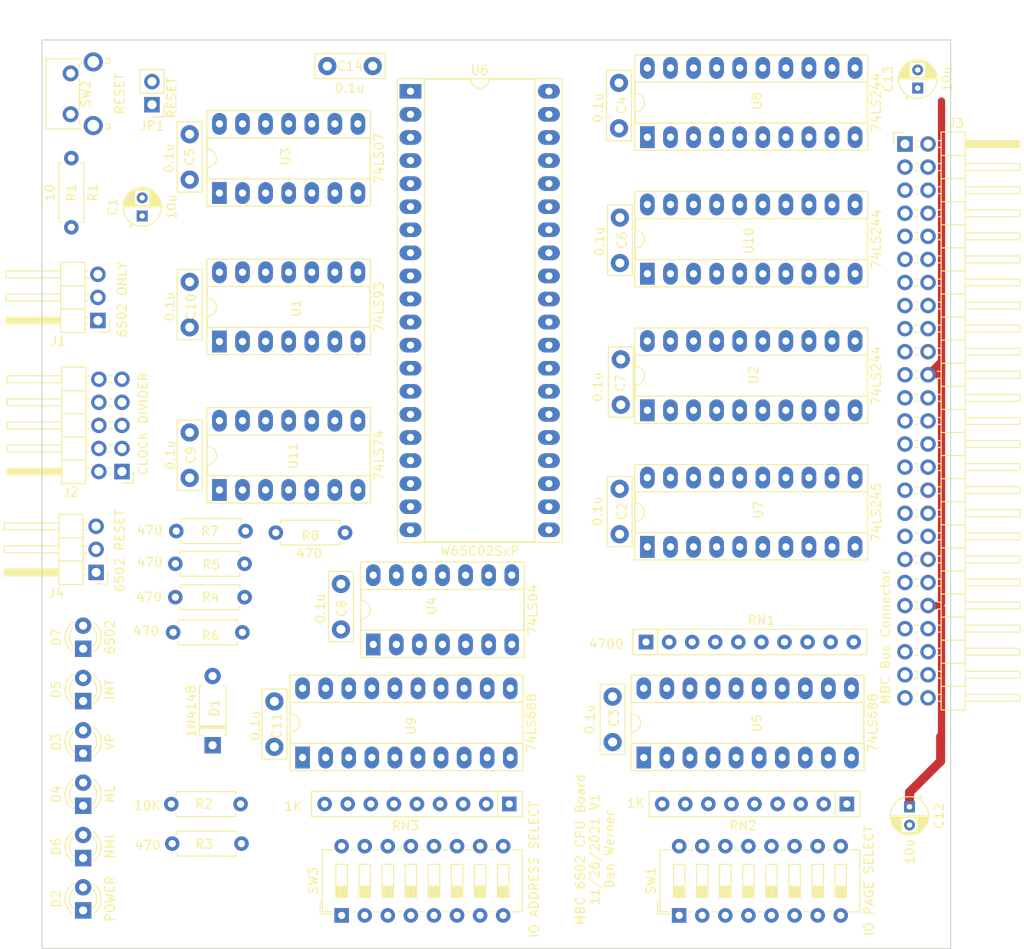
<source format=kicad_pcb>
(kicad_pcb (version 20171130) (host pcbnew "(5.1.5)-3")
  (layers (0 F.Cu signal) (31 B.Cu signal) (34 B.Paste user hide) (35 F.Paste user hide) (36 B.SilkS user) (37 F.SilkS user) (38 B.Mask user) (39 F.Mask user) (44 Edge.Cuts user))
  (net 0 "")
  (net 1 GND)
  (net 2 "Net-(C1-Pad1)")
  (net 3 VCC)
  (net 4 "Net-(D2-Pad2)")
  (net 5 _BUSACK)
  (net 6 _6502EN)
  (net 7 CLKO)
  (net 8 CLK)
  (net 9 "Net-(J2-Pad7)")
  (net 10 "Net-(J2-Pad5)")
  (net 11 "Net-(J2-Pad3)")
  (net 12 "Net-(J2-Pad1)")
  (net 13 _IORQ)
  (net 14 _RD)
  (net 15 _MREQ)
  (net 16 _WR)
  (net 17 _HALT)
  (net 18 _NMI)
  (net 19 _WAIT)
  (net 20 _INT)
  (net 21 _BUSRQ)
  (net 22 D1)
  (net 23 _RESET)
  (net 24 D0)
  (net 25 _M1)
  (net 26 D7)
  (net 27 _RFSH)
  (net 28 D2)
  (net 29 A0)
  (net 30 D6)
  (net 31 A1)
  (net 32 D5)
  (net 33 A2)
  (net 34 D3)
  (net 35 A3)
  (net 36 D4)
  (net 37 A4)
  (net 38 A5)
  (net 39 A15)
  (net 40 A6)
  (net 41 A14)
  (net 42 A7)
  (net 43 A13)
  (net 44 A8)
  (net 45 A12)
  (net 46 A9)
  (net 47 A11)
  (net 48 A10)
  (net 49 "Net-(JP1-Pad1)")
  (net 50 "Net-(RN2-Pad9)")
  (net 51 "Net-(RN2-Pad8)")
  (net 52 "Net-(RN2-Pad7)")
  (net 53 "Net-(RN2-Pad6)")
  (net 54 "Net-(RN2-Pad5)")
  (net 55 "Net-(RN2-Pad4)")
  (net 56 "Net-(RN2-Pad3)")
  (net 57 "Net-(RN2-Pad2)")
  (net 58 "Net-(RN3-Pad9)")
  (net 59 "Net-(RN3-Pad8)")
  (net 60 "Net-(RN3-Pad7)")
  (net 61 "Net-(RN3-Pad6)")
  (net 62 "Net-(RN3-Pad5)")
  (net 63 "Net-(RN3-Pad4)")
  (net 64 "Net-(RN3-Pad3)")
  (net 65 "Net-(RN3-Pad2)")
  (net 66 _6502INT)
  (net 67 _6502IO)
  (net 68 _6502NMI)
  (net 69 "Net-(U2-Pad6)")
  (net 70 _6502RD)
  (net 71 "Net-(U2-Pad2)")
  (net 72 65TOGGLE)
  (net 73 "Net-(U10-Pad3)")
  (net 74 6502EN)
  (net 75 "Net-(U10-Pad8)")
  (net 76 "Net-(U10-Pad6)")
  (net 77 "Net-(U10-Pad4)")
  (net 78 "Net-(U10-Pad2)")
  (net 79 "Net-(U6-Pad16)")
  (net 80 "Net-(U6-Pad15)")
  (net 81 "Net-(U6-Pad14)")
  (net 82 "Net-(U6-Pad33)")
  (net 83 "Net-(U6-Pad13)")
  (net 84 "Net-(U6-Pad32)")
  (net 85 "Net-(U6-Pad12)")
  (net 86 "Net-(U6-Pad31)")
  (net 87 "Net-(U6-Pad11)")
  (net 88 "Net-(U6-Pad30)")
  (net 89 "Net-(U6-Pad10)")
  (net 90 "Net-(U6-Pad29)")
  (net 91 "Net-(U6-Pad9)")
  (net 92 "Net-(U6-Pad28)")
  (net 93 "Net-(U6-Pad27)")
  (net 94 "Net-(U6-Pad26)")
  (net 95 "Net-(U10-Pad17)")
  (net 96 "Net-(U10-Pad15)")
  (net 97 "Net-(U10-Pad13)")
  (net 98 "Net-(U10-Pad11)")
  (net 99 "Net-(D3-Pad2)")
  (net 100 "Net-(D3-Pad1)")
  (net 101 "Net-(D4-Pad2)")
  (net 102 "Net-(D4-Pad1)")
  (net 103 "Net-(D5-Pad2)")
  (net 104 "Net-(D5-Pad1)")
  (net 105 "Net-(D6-Pad2)")
  (net 106 "Net-(D6-Pad1)")
  (net 107 _VP)
  (net 108 _ML)
  (net 109 "Net-(D7-Pad2)")
  (net 110 "Net-(D7-Pad1)")
  (net 111 _65TOGGLE)
  (net 112 "Net-(J4-Pad2)")
  (net 113 "Net-(U11-Pad2)")
  (module Connector_PinHeader_2.54mm:PinHeader_1x03_P2.54mm_Horizontal (layer F.Cu) (at 73.95 91.6 180)
    (fp_text reference J4 (at 4.385 -2.27) (layer F.SilkS))
    (fp_text value "6502 RESET" (at -2.6 2.35 90) (layer F.SilkS))
    (pad 3 thru_hole oval (at 0 5.08 180) (size 1.7 1.7) (drill 1) (layers *.Cu *.Mask) (net 111 _65TOGGLE))
    (pad 2 thru_hole oval (at 0 2.54 180) (size 1.7 1.7) (drill 1) (layers *.Cu *.Mask) (net 112 "Net-(J4-Pad2)"))
    (pad 1 thru_hole rect (at 0 0 180) (size 1.7 1.7) (drill 1) (layers *.Cu *.Mask) (net 23 _RESET))
  )
  (module Capacitor_THT:C_Disc_D7.5mm_W2.5mm_P5.00mm (layer F.Cu) (at 104.4 35.875 180)
    (fp_text reference C14)
    (fp_text value 0.1u (at 2.55 -2.425) (layer F.SilkS))
    (fp_text user %R (at 2.5 0) (layer F.SilkS))
    (pad 2 thru_hole circle (at 5 0 180) (size 2 2) (drill 1) (layers *.Cu *.Mask) (net 1 GND))
    (pad 1 thru_hole circle (at 0 0 180) (size 2 2) (drill 1) (layers *.Cu *.Mask) (net 3 VCC))
  )
  (module Resistor_THT:R_Axial_DIN0207_L6.3mm_D2.5mm_P7.62mm_Horizontal (layer F.Cu) (at 101.35 87.225 180)
    (fp_text reference R8 (at 3.8 -0.325) (layer F.SilkS))
    (fp_text value 470 (at 3.95 -2.3) (layer F.SilkS))
    (pad 2 thru_hole oval (at 7.62 0 180) (size 1.6 1.6) (drill 0.8) (layers *.Cu *.Mask) (net 109 "Net-(D7-Pad2)"))
    (pad 1 thru_hole circle (at 0 0 180) (size 1.6 1.6) (drill 0.8) (layers *.Cu *.Mask) (net 3 VCC))
  )
  (module LED_THT:LED_D3.0mm (layer F.Cu) (at 72.525 100 90)
    (fp_text reference D7 (at 1.27 -2.96 90) (layer F.SilkS))
    (fp_text value 6502 (at 1.27 2.96 90) (layer F.SilkS))
    (pad 2 thru_hole circle (at 2.54 0 90) (size 1.8 1.8) (drill 0.9) (layers *.Cu *.Mask) (net 109 "Net-(D7-Pad2)"))
    (pad 1 thru_hole rect (at 0 0 90) (size 1.8 1.8) (drill 0.9) (layers *.Cu *.Mask) (net 110 "Net-(D7-Pad1)"))
  )
  (module Resistor_THT:R_Axial_DIN0207_L6.3mm_D2.5mm_P7.62mm_Horizontal (layer F.Cu) (at 82.775 87.05)
    (fp_text reference R7 (at 3.7 0) (layer F.SilkS))
    (fp_text value 470 (at -2.925 -0.075) (layer F.SilkS))
    (pad 2 thru_hole oval (at 7.62 0) (size 1.6 1.6) (drill 0.8) (layers *.Cu *.Mask) (net 105 "Net-(D6-Pad2)"))
    (pad 1 thru_hole circle (at 0 0) (size 1.6 1.6) (drill 0.8) (layers *.Cu *.Mask) (net 3 VCC))
  )
  (module Resistor_THT:R_Axial_DIN0207_L6.3mm_D2.5mm_P7.62mm_Horizontal (layer F.Cu) (at 90.05 98.2 180)
    (fp_text reference R6 (at 3.5 -0.35) (layer F.SilkS))
    (fp_text value 470 (at 10.6 0.15) (layer F.SilkS))
    (pad 2 thru_hole oval (at 7.62 0 180) (size 1.6 1.6) (drill 0.8) (layers *.Cu *.Mask) (net 103 "Net-(D5-Pad2)"))
    (pad 1 thru_hole circle (at 0 0 180) (size 1.6 1.6) (drill 0.8) (layers *.Cu *.Mask) (net 3 VCC))
  )
  (module Resistor_THT:R_Axial_DIN0207_L6.3mm_D2.5mm_P7.62mm_Horizontal (layer F.Cu) (at 82.675 90.65)
    (fp_text reference R5 (at 3.95 0.125) (layer F.SilkS))
    (fp_text value 470 (at -2.825 -0.15) (layer F.SilkS))
    (pad 2 thru_hole oval (at 7.62 0) (size 1.6 1.6) (drill 0.8) (layers *.Cu *.Mask) (net 101 "Net-(D4-Pad2)"))
    (pad 1 thru_hole circle (at 0 0) (size 1.6 1.6) (drill 0.8) (layers *.Cu *.Mask) (net 3 VCC))
  )
  (module Resistor_THT:R_Axial_DIN0207_L6.3mm_D2.5mm_P7.62mm_Horizontal (layer F.Cu) (at 82.675 94.325)
    (fp_text reference R4 (at 3.875 0) (layer F.SilkS))
    (fp_text value 470 (at -2.9 0) (layer F.SilkS))
    (pad 2 thru_hole oval (at 7.62 0) (size 1.6 1.6) (drill 0.8) (layers *.Cu *.Mask) (net 99 "Net-(D3-Pad2)"))
    (pad 1 thru_hole circle (at 0 0) (size 1.6 1.6) (drill 0.8) (layers *.Cu *.Mask) (net 3 VCC))
  )
  (module LED_THT:LED_D3.0mm (layer F.Cu) (at 72.525 123.04 90)
    (fp_text reference D6 (at 1.27 -2.96 90) (layer F.SilkS))
    (fp_text value NMI (at 1.27 2.96 90) (layer F.SilkS))
    (pad 2 thru_hole circle (at 2.54 0 90) (size 1.8 1.8) (drill 0.9) (layers *.Cu *.Mask) (net 105 "Net-(D6-Pad2)"))
    (pad 1 thru_hole rect (at 0 0 90) (size 1.8 1.8) (drill 0.9) (layers *.Cu *.Mask) (net 106 "Net-(D6-Pad1)"))
  )
  (module LED_THT:LED_D3.0mm (layer F.Cu) (at 72.525 105.76 90)
    (fp_text reference D5 (at 1.27 -2.96 90) (layer F.SilkS))
    (fp_text value INT (at 1.27 2.96 90) (layer F.SilkS))
    (pad 2 thru_hole circle (at 2.54 0 90) (size 1.8 1.8) (drill 0.9) (layers *.Cu *.Mask) (net 103 "Net-(D5-Pad2)"))
    (pad 1 thru_hole rect (at 0 0 90) (size 1.8 1.8) (drill 0.9) (layers *.Cu *.Mask) (net 104 "Net-(D5-Pad1)"))
  )
  (module LED_THT:LED_D3.0mm (layer F.Cu) (at 72.525 117.28 90)
    (fp_text reference D4 (at 1.27 -2.96 90) (layer F.SilkS))
    (fp_text value ML (at 1.27 2.96 90) (layer F.SilkS))
    (pad 2 thru_hole circle (at 2.54 0 90) (size 1.8 1.8) (drill 0.9) (layers *.Cu *.Mask) (net 101 "Net-(D4-Pad2)"))
    (pad 1 thru_hole rect (at 0 0 90) (size 1.8 1.8) (drill 0.9) (layers *.Cu *.Mask) (net 102 "Net-(D4-Pad1)"))
  )
  (module LED_THT:LED_D3.0mm (layer F.Cu) (at 72.525 111.52 90)
    (fp_text reference D3 (at 1.27 -2.96 90) (layer F.SilkS))
    (fp_text value VP (at 1.27 2.96 90) (layer F.SilkS))
    (pad 2 thru_hole circle (at 2.54 0 90) (size 1.8 1.8) (drill 0.9) (layers *.Cu *.Mask) (net 99 "Net-(D3-Pad2)"))
    (pad 1 thru_hole rect (at 0 0 90) (size 1.8 1.8) (drill 0.9) (layers *.Cu *.Mask) (net 100 "Net-(D3-Pad1)"))
  )
  (module Diode_THT:D_A-405_P7.62mm_Horizontal (layer F.Cu) (at 86.775 110.625 90)
    (fp_text reference D1 (at 4.125 0.2 90) (layer F.SilkS))
    (fp_text value 1N4148 (at 3.75 -2.35 90) (layer F.SilkS))
    (pad 2 thru_hole oval (at 7.62 0 90) (size 1.8 1.8) (drill 0.9) (layers *.Cu *.Mask) (net 2 "Net-(C1-Pad1)"))
    (pad 1 thru_hole rect (at 0 0 90) (size 1.8 1.8) (drill 0.9) (layers *.Cu *.Mask) (net 3 VCC))
  )
  (module Capacitor_THT:C_Disc_D7.5mm_W2.5mm_P5.00mm (layer F.Cu) (at 93.575 110.8 90)
    (fp_text reference C11 (at 2.325 0.25 90) (layer F.SilkS))
    (fp_text value 0.1u (at 2.325 -2.125 90) (layer F.SilkS))
    (pad 2 thru_hole circle (at 5 0 90) (size 2 2) (drill 1) (layers *.Cu *.Mask) (net 1 GND))
    (pad 1 thru_hole circle (at 0 0 90) (size 2 2) (drill 1) (layers *.Cu *.Mask) (net 3 VCC))
  )
  (module Capacitor_THT:C_Disc_D7.5mm_W2.5mm_P5.00mm (layer F.Cu) (at 84.25 64.625 90)
    (fp_text reference C10 (at 2.275 0.15 90) (layer F.SilkS))
    (fp_text value 0.1u (at 2.275 -2.2 90) (layer F.SilkS))
    (pad 2 thru_hole circle (at 5 0 90) (size 2 2) (drill 1) (layers *.Cu *.Mask) (net 1 GND))
    (pad 1 thru_hole circle (at 0 0 90) (size 2 2) (drill 1) (layers *.Cu *.Mask) (net 3 VCC))
  )
  (module Capacitor_THT:C_Disc_D7.5mm_W2.5mm_P5.00mm (layer F.Cu) (at 84.25 81.2 90)
    (fp_text reference C9 (at 2.5 0.125 90) (layer F.SilkS))
    (fp_text value 0.1u (at 2.5 -2.125 90) (layer F.SilkS))
    (pad 2 thru_hole circle (at 5 0 90) (size 2 2) (drill 1) (layers *.Cu *.Mask) (net 1 GND))
    (pad 1 thru_hole circle (at 0 0 90) (size 2 2) (drill 1) (layers *.Cu *.Mask) (net 3 VCC))
  )
  (module Capacitor_THT:C_Disc_D7.5mm_W2.5mm_P5.00mm (layer F.Cu) (at 100.9 97.875 90)
    (fp_text reference C8 (at 2.3 0.1 90) (layer F.SilkS))
    (fp_text value 0.1u (at 2.3 -2.275 90) (layer F.SilkS))
    (pad 2 thru_hole circle (at 5 0 90) (size 2 2) (drill 1) (layers *.Cu *.Mask) (net 1 GND))
    (pad 1 thru_hole circle (at 0 0 90) (size 2 2) (drill 1) (layers *.Cu *.Mask) (net 3 VCC))
  )
  (module Capacitor_THT:C_Disc_D7.5mm_W2.5mm_P5.00mm (layer F.Cu) (at 131.7 73.15 90)
    (fp_text reference C7 (at 2.375 -0.05 90) (layer F.SilkS))
    (fp_text value 0.1u (at 1.95 -2.55 90) (layer F.SilkS))
    (pad 2 thru_hole circle (at 5 0 90) (size 2 2) (drill 1) (layers *.Cu *.Mask) (net 1 GND))
    (pad 1 thru_hole circle (at 0 0 90) (size 2 2) (drill 1) (layers *.Cu *.Mask) (net 3 VCC))
  )
  (module Capacitor_THT:C_Disc_D7.5mm_W2.5mm_P5.00mm (layer F.Cu) (at 131.6 57.55 90)
    (fp_text reference C6 (at 2.525 0.25 90) (layer F.SilkS))
    (fp_text value 0.1u (at 2.375 -2.275 90) (layer F.SilkS))
    (pad 2 thru_hole circle (at 5 0 90) (size 2 2) (drill 1) (layers *.Cu *.Mask) (net 1 GND))
    (pad 1 thru_hole circle (at 0 0 90) (size 2 2) (drill 1) (layers *.Cu *.Mask) (net 3 VCC))
  )
  (module Capacitor_THT:C_Disc_D7.5mm_W2.5mm_P5.00mm (layer F.Cu) (at 84.25 48.375 90)
    (fp_text reference C5)
    (fp_text value 0.1u (at 2.35 -2.275 90) (layer F.SilkS))
    (fp_text user %R (at 2.5 0 90) (layer F.SilkS))
    (pad 2 thru_hole circle (at 5 0 90) (size 2 2) (drill 1) (layers *.Cu *.Mask) (net 1 GND))
    (pad 1 thru_hole circle (at 0 0 90) (size 2 2) (drill 1) (layers *.Cu *.Mask) (net 3 VCC))
  )
  (module Capacitor_THT:C_Disc_D7.5mm_W2.5mm_P5.00mm (layer F.Cu) (at 131.5 42.725 90)
    (fp_text reference C4 (at 2.525 0.275 90) (layer F.SilkS))
    (fp_text value 0.1u (at 2.25 -2.3 90) (layer F.SilkS))
    (pad 2 thru_hole circle (at 5 0 90) (size 2 2) (drill 1) (layers *.Cu *.Mask) (net 1 GND))
    (pad 1 thru_hole circle (at 0 0 90) (size 2 2) (drill 1) (layers *.Cu *.Mask) (net 3 VCC))
  )
  (module Capacitor_THT:C_Disc_D7.5mm_W2.5mm_P5.00mm (layer F.Cu) (at 130.8 110.275 90)
    (fp_text reference C3 (at 2.65 0.15 90) (layer F.SilkS))
    (fp_text value 0.1u (at 2.5 -2.5 90) (layer F.SilkS))
    (pad 2 thru_hole circle (at 5 0 90) (size 2 2) (drill 1) (layers *.Cu *.Mask) (net 1 GND))
    (pad 1 thru_hole circle (at 0 0 90) (size 2 2) (drill 1) (layers *.Cu *.Mask) (net 3 VCC))
  )
  (module Capacitor_THT:C_Disc_D7.5mm_W2.5mm_P5.00mm (layer F.Cu) (at 131.575 87.4 90)
    (fp_text reference C2 (at 2.525 0.275 90) (layer F.SilkS))
    (fp_text value 0.1u (at 2.525 -2.45 90) (layer F.SilkS))
    (pad 2 thru_hole circle (at 5 0 90) (size 2 2) (drill 1) (layers *.Cu *.Mask) (net 1 GND))
    (pad 1 thru_hole circle (at 0 0 90) (size 2 2) (drill 1) (layers *.Cu *.Mask) (net 3 VCC))
  )
  (module Button_Switch_THT:SW_DIP_SPSTx08_Slide_6.7x21.88mm_W7.62mm_P2.54mm_LowProfile (layer F.Cu) (at 100.975 129.35 90)
    (fp_text reference SW3 (at 3.81 -3.11 90) (layer F.SilkS))
    (fp_text value "IO ADDRESS SELECT" (at 5.05 21.175 90) (layer F.SilkS))
    (pad 16 thru_hole oval (at 7.62 0 90) (size 1.6 1.6) (drill 0.8) (layers *.Cu *.Mask) (net 58 "Net-(RN3-Pad9)"))
    (pad 8 thru_hole oval (at 0 17.78 90) (size 1.6 1.6) (drill 0.8) (layers *.Cu *.Mask) (net 1 GND))
    (pad 15 thru_hole oval (at 7.62 2.54 90) (size 1.6 1.6) (drill 0.8) (layers *.Cu *.Mask) (net 59 "Net-(RN3-Pad8)"))
    (pad 7 thru_hole oval (at 0 15.24 90) (size 1.6 1.6) (drill 0.8) (layers *.Cu *.Mask) (net 1 GND))
    (pad 14 thru_hole oval (at 7.62 5.08 90) (size 1.6 1.6) (drill 0.8) (layers *.Cu *.Mask) (net 60 "Net-(RN3-Pad7)"))
    (pad 6 thru_hole oval (at 0 12.7 90) (size 1.6 1.6) (drill 0.8) (layers *.Cu *.Mask) (net 1 GND))
    (pad 13 thru_hole oval (at 7.62 7.62 90) (size 1.6 1.6) (drill 0.8) (layers *.Cu *.Mask) (net 61 "Net-(RN3-Pad6)"))
    (pad 5 thru_hole oval (at 0 10.16 90) (size 1.6 1.6) (drill 0.8) (layers *.Cu *.Mask) (net 1 GND))
    (pad 12 thru_hole oval (at 7.62 10.16 90) (size 1.6 1.6) (drill 0.8) (layers *.Cu *.Mask) (net 62 "Net-(RN3-Pad5)"))
    (pad 4 thru_hole oval (at 0 7.62 90) (size 1.6 1.6) (drill 0.8) (layers *.Cu *.Mask) (net 1 GND))
    (pad 11 thru_hole oval (at 7.62 12.7 90) (size 1.6 1.6) (drill 0.8) (layers *.Cu *.Mask) (net 63 "Net-(RN3-Pad4)"))
    (pad 3 thru_hole oval (at 0 5.08 90) (size 1.6 1.6) (drill 0.8) (layers *.Cu *.Mask) (net 1 GND))
    (pad 10 thru_hole oval (at 7.62 15.24 90) (size 1.6 1.6) (drill 0.8) (layers *.Cu *.Mask) (net 64 "Net-(RN3-Pad3)"))
    (pad 2 thru_hole oval (at 0 2.54 90) (size 1.6 1.6) (drill 0.8) (layers *.Cu *.Mask) (net 1 GND))
    (pad 9 thru_hole oval (at 7.62 17.78 90) (size 1.6 1.6) (drill 0.8) (layers *.Cu *.Mask) (net 65 "Net-(RN3-Pad2)"))
    (pad 1 thru_hole rect (at 0 0 90) (size 1.6 1.6) (drill 0.8) (layers *.Cu *.Mask) (net 1 GND))
  )
  (module Button_Switch_THT:SW_DIP_SPSTx08_Slide_6.7x21.88mm_W7.62mm_P2.54mm_LowProfile (layer F.Cu) (at 138.125 129.35 90)
    (fp_text reference SW1 (at 3.81 -3.11 90) (layer F.SilkS))
    (fp_text value "IO PAGE SELECT" (at 3.81 20.89 90) (layer F.SilkS))
    (pad 16 thru_hole oval (at 7.62 0 90) (size 1.6 1.6) (drill 0.8) (layers *.Cu *.Mask) (net 50 "Net-(RN2-Pad9)"))
    (pad 8 thru_hole oval (at 0 17.78 90) (size 1.6 1.6) (drill 0.8) (layers *.Cu *.Mask) (net 1 GND))
    (pad 15 thru_hole oval (at 7.62 2.54 90) (size 1.6 1.6) (drill 0.8) (layers *.Cu *.Mask) (net 51 "Net-(RN2-Pad8)"))
    (pad 7 thru_hole oval (at 0 15.24 90) (size 1.6 1.6) (drill 0.8) (layers *.Cu *.Mask) (net 1 GND))
    (pad 14 thru_hole oval (at 7.62 5.08 90) (size 1.6 1.6) (drill 0.8) (layers *.Cu *.Mask) (net 52 "Net-(RN2-Pad7)"))
    (pad 6 thru_hole oval (at 0 12.7 90) (size 1.6 1.6) (drill 0.8) (layers *.Cu *.Mask) (net 1 GND))
    (pad 13 thru_hole oval (at 7.62 7.62 90) (size 1.6 1.6) (drill 0.8) (layers *.Cu *.Mask) (net 53 "Net-(RN2-Pad6)"))
    (pad 5 thru_hole oval (at 0 10.16 90) (size 1.6 1.6) (drill 0.8) (layers *.Cu *.Mask) (net 1 GND))
    (pad 12 thru_hole oval (at 7.62 10.16 90) (size 1.6 1.6) (drill 0.8) (layers *.Cu *.Mask) (net 54 "Net-(RN2-Pad5)"))
    (pad 4 thru_hole oval (at 0 7.62 90) (size 1.6 1.6) (drill 0.8) (layers *.Cu *.Mask) (net 1 GND))
    (pad 11 thru_hole oval (at 7.62 12.7 90) (size 1.6 1.6) (drill 0.8) (layers *.Cu *.Mask) (net 55 "Net-(RN2-Pad4)"))
    (pad 3 thru_hole oval (at 0 5.08 90) (size 1.6 1.6) (drill 0.8) (layers *.Cu *.Mask) (net 1 GND))
    (pad 10 thru_hole oval (at 7.62 15.24 90) (size 1.6 1.6) (drill 0.8) (layers *.Cu *.Mask) (net 56 "Net-(RN2-Pad3)"))
    (pad 2 thru_hole oval (at 0 2.54 90) (size 1.6 1.6) (drill 0.8) (layers *.Cu *.Mask) (net 1 GND))
    (pad 9 thru_hole oval (at 7.62 17.78 90) (size 1.6 1.6) (drill 0.8) (layers *.Cu *.Mask) (net 57 "Net-(RN2-Pad2)"))
    (pad 1 thru_hole rect (at 0 0 90) (size 1.6 1.6) (drill 0.8) (layers *.Cu *.Mask) (net 1 GND))
  )
  (module Package_DIP:DIP-40_W15.24mm_Socket_LongPads (layer F.Cu) (at 108.55 38.65)
    (fp_text reference U6 (at 7.62 -2.33) (layer F.SilkS))
    (fp_text value W65C02SxP (at 7.62 50.59) (layer F.SilkS))
    (pad 40 thru_hole oval (at 15.24 0) (size 2.4 1.6) (drill 0.8) (layers *.Cu *.Mask) (net 112 "Net-(J4-Pad2)"))
    (pad 20 thru_hole oval (at 0 48.26) (size 2.4 1.6) (drill 0.8) (layers *.Cu *.Mask) (net 75 "Net-(U10-Pad8)"))
    (pad 39 thru_hole oval (at 15.24 2.54) (size 2.4 1.6) (drill 0.8) (layers *.Cu *.Mask))
    (pad 19 thru_hole oval (at 0 45.72) (size 2.4 1.6) (drill 0.8) (layers *.Cu *.Mask) (net 76 "Net-(U10-Pad6)"))
    (pad 38 thru_hole oval (at 15.24 5.08) (size 2.4 1.6) (drill 0.8) (layers *.Cu *.Mask))
    (pad 18 thru_hole oval (at 0 43.18) (size 2.4 1.6) (drill 0.8) (layers *.Cu *.Mask) (net 77 "Net-(U10-Pad4)"))
    (pad 37 thru_hole oval (at 15.24 7.62) (size 2.4 1.6) (drill 0.8) (layers *.Cu *.Mask) (net 7 CLKO))
    (pad 17 thru_hole oval (at 0 40.64) (size 2.4 1.6) (drill 0.8) (layers *.Cu *.Mask) (net 78 "Net-(U10-Pad2)"))
    (pad 36 thru_hole oval (at 15.24 10.16) (size 2.4 1.6) (drill 0.8) (layers *.Cu *.Mask) (net 74 6502EN))
    (pad 16 thru_hole oval (at 0 38.1) (size 2.4 1.6) (drill 0.8) (layers *.Cu *.Mask) (net 79 "Net-(U6-Pad16)"))
    (pad 35 thru_hole oval (at 15.24 12.7) (size 2.4 1.6) (drill 0.8) (layers *.Cu *.Mask))
    (pad 15 thru_hole oval (at 0 35.56) (size 2.4 1.6) (drill 0.8) (layers *.Cu *.Mask) (net 80 "Net-(U6-Pad15)"))
    (pad 34 thru_hole oval (at 15.24 15.24) (size 2.4 1.6) (drill 0.8) (layers *.Cu *.Mask) (net 71 "Net-(U2-Pad2)"))
    (pad 14 thru_hole oval (at 0 33.02) (size 2.4 1.6) (drill 0.8) (layers *.Cu *.Mask) (net 81 "Net-(U6-Pad14)"))
    (pad 33 thru_hole oval (at 15.24 17.78) (size 2.4 1.6) (drill 0.8) (layers *.Cu *.Mask) (net 82 "Net-(U6-Pad33)"))
    (pad 13 thru_hole oval (at 0 30.48) (size 2.4 1.6) (drill 0.8) (layers *.Cu *.Mask) (net 83 "Net-(U6-Pad13)"))
    (pad 32 thru_hole oval (at 15.24 20.32) (size 2.4 1.6) (drill 0.8) (layers *.Cu *.Mask) (net 84 "Net-(U6-Pad32)"))
    (pad 12 thru_hole oval (at 0 27.94) (size 2.4 1.6) (drill 0.8) (layers *.Cu *.Mask) (net 85 "Net-(U6-Pad12)"))
    (pad 31 thru_hole oval (at 15.24 22.86) (size 2.4 1.6) (drill 0.8) (layers *.Cu *.Mask) (net 86 "Net-(U6-Pad31)"))
    (pad 11 thru_hole oval (at 0 25.4) (size 2.4 1.6) (drill 0.8) (layers *.Cu *.Mask) (net 87 "Net-(U6-Pad11)"))
    (pad 30 thru_hole oval (at 15.24 25.4) (size 2.4 1.6) (drill 0.8) (layers *.Cu *.Mask) (net 88 "Net-(U6-Pad30)"))
    (pad 10 thru_hole oval (at 0 22.86) (size 2.4 1.6) (drill 0.8) (layers *.Cu *.Mask) (net 89 "Net-(U6-Pad10)"))
    (pad 29 thru_hole oval (at 15.24 27.94) (size 2.4 1.6) (drill 0.8) (layers *.Cu *.Mask) (net 90 "Net-(U6-Pad29)"))
    (pad 9 thru_hole oval (at 0 20.32) (size 2.4 1.6) (drill 0.8) (layers *.Cu *.Mask) (net 91 "Net-(U6-Pad9)"))
    (pad 28 thru_hole oval (at 15.24 30.48) (size 2.4 1.6) (drill 0.8) (layers *.Cu *.Mask) (net 92 "Net-(U6-Pad28)"))
    (pad 8 thru_hole oval (at 0 17.78) (size 2.4 1.6) (drill 0.8) (layers *.Cu *.Mask) (net 3 VCC))
    (pad 27 thru_hole oval (at 15.24 33.02) (size 2.4 1.6) (drill 0.8) (layers *.Cu *.Mask) (net 93 "Net-(U6-Pad27)"))
    (pad 7 thru_hole oval (at 0 15.24) (size 2.4 1.6) (drill 0.8) (layers *.Cu *.Mask))
    (pad 26 thru_hole oval (at 15.24 35.56) (size 2.4 1.6) (drill 0.8) (layers *.Cu *.Mask) (net 94 "Net-(U6-Pad26)"))
    (pad 6 thru_hole oval (at 0 12.7) (size 2.4 1.6) (drill 0.8) (layers *.Cu *.Mask) (net 68 _6502NMI))
    (pad 25 thru_hole oval (at 15.24 38.1) (size 2.4 1.6) (drill 0.8) (layers *.Cu *.Mask) (net 95 "Net-(U10-Pad17)"))
    (pad 5 thru_hole oval (at 0 10.16) (size 2.4 1.6) (drill 0.8) (layers *.Cu *.Mask) (net 108 _ML))
    (pad 24 thru_hole oval (at 15.24 40.64) (size 2.4 1.6) (drill 0.8) (layers *.Cu *.Mask) (net 96 "Net-(U10-Pad15)"))
    (pad 4 thru_hole oval (at 0 7.62) (size 2.4 1.6) (drill 0.8) (layers *.Cu *.Mask) (net 66 _6502INT))
    (pad 23 thru_hole oval (at 15.24 43.18) (size 2.4 1.6) (drill 0.8) (layers *.Cu *.Mask) (net 97 "Net-(U10-Pad13)"))
    (pad 3 thru_hole oval (at 0 5.08) (size 2.4 1.6) (drill 0.8) (layers *.Cu *.Mask))
    (pad 22 thru_hole oval (at 15.24 45.72) (size 2.4 1.6) (drill 0.8) (layers *.Cu *.Mask) (net 98 "Net-(U10-Pad11)"))
    (pad 2 thru_hole oval (at 0 2.54) (size 2.4 1.6) (drill 0.8) (layers *.Cu *.Mask) (net 74 6502EN))
    (pad 21 thru_hole oval (at 15.24 48.26) (size 2.4 1.6) (drill 0.8) (layers *.Cu *.Mask) (net 1 GND))
    (pad 1 thru_hole rect (at 0 0) (size 2.4 1.6) (drill 0.8) (layers *.Cu *.Mask) (net 107 _VP))
  )
  (module Package_DIP:DIP-14_W7.62mm_Socket_LongPads (layer F.Cu) (at 87.525 66.1875 90)
    (fp_text reference U1 (at 3.6625 8.425 90) (layer F.SilkS))
    (fp_text value 74LS93 (at 3.81 17.57 90) (layer F.SilkS))
    (pad 14 thru_hole oval (at 7.62 0 90) (size 2.4 1.6) (drill 0.8) (layers *.Cu *.Mask) (net 8 CLK))
    (pad 7 thru_hole oval (at 0 15.24 90) (size 2.4 1.6) (drill 0.8) (layers *.Cu *.Mask))
    (pad 13 thru_hole oval (at 7.62 2.54 90) (size 2.4 1.6) (drill 0.8) (layers *.Cu *.Mask))
    (pad 6 thru_hole oval (at 0 12.7 90) (size 2.4 1.6) (drill 0.8) (layers *.Cu *.Mask))
    (pad 12 thru_hole oval (at 7.62 5.08 90) (size 2.4 1.6) (drill 0.8) (layers *.Cu *.Mask) (net 12 "Net-(J2-Pad1)"))
    (pad 5 thru_hole oval (at 0 10.16 90) (size 2.4 1.6) (drill 0.8) (layers *.Cu *.Mask) (net 3 VCC))
    (pad 11 thru_hole oval (at 7.62 7.62 90) (size 2.4 1.6) (drill 0.8) (layers *.Cu *.Mask) (net 9 "Net-(J2-Pad7)"))
    (pad 4 thru_hole oval (at 0 7.62 90) (size 2.4 1.6) (drill 0.8) (layers *.Cu *.Mask))
    (pad 10 thru_hole oval (at 7.62 10.16 90) (size 2.4 1.6) (drill 0.8) (layers *.Cu *.Mask) (net 1 GND))
    (pad 3 thru_hole oval (at 0 5.08 90) (size 2.4 1.6) (drill 0.8) (layers *.Cu *.Mask) (net 1 GND))
    (pad 9 thru_hole oval (at 7.62 12.7 90) (size 2.4 1.6) (drill 0.8) (layers *.Cu *.Mask) (net 11 "Net-(J2-Pad3)"))
    (pad 2 thru_hole oval (at 0 2.54 90) (size 2.4 1.6) (drill 0.8) (layers *.Cu *.Mask) (net 1 GND))
    (pad 8 thru_hole oval (at 7.62 15.24 90) (size 2.4 1.6) (drill 0.8) (layers *.Cu *.Mask) (net 10 "Net-(J2-Pad5)"))
    (pad 1 thru_hole rect (at 0 0 90) (size 2.4 1.6) (drill 0.8) (layers *.Cu *.Mask) (net 12 "Net-(J2-Pad1)"))
  )
  (module Package_DIP:DIP-14_W7.62mm_Socket_LongPads (layer F.Cu) (at 87.525 82.525 90)
    (fp_text reference U11 (at 3.75 8.1 90) (layer F.SilkS))
    (fp_text value 74LS74 (at 3.81 17.57 90) (layer F.SilkS))
    (pad 14 thru_hole oval (at 7.62 0 90) (size 2.4 1.6) (drill 0.8) (layers *.Cu *.Mask) (net 3 VCC))
    (pad 7 thru_hole oval (at 0 15.24 90) (size 2.4 1.6) (drill 0.8) (layers *.Cu *.Mask) (net 1 GND))
    (pad 13 thru_hole oval (at 7.62 2.54 90) (size 2.4 1.6) (drill 0.8) (layers *.Cu *.Mask))
    (pad 6 thru_hole oval (at 0 12.7 90) (size 2.4 1.6) (drill 0.8) (layers *.Cu *.Mask) (net 113 "Net-(U11-Pad2)"))
    (pad 12 thru_hole oval (at 7.62 5.08 90) (size 2.4 1.6) (drill 0.8) (layers *.Cu *.Mask))
    (pad 5 thru_hole oval (at 0 10.16 90) (size 2.4 1.6) (drill 0.8) (layers *.Cu *.Mask) (net 21 _BUSRQ))
    (pad 11 thru_hole oval (at 7.62 7.62 90) (size 2.4 1.6) (drill 0.8) (layers *.Cu *.Mask))
    (pad 4 thru_hole oval (at 0 7.62 90) (size 2.4 1.6) (drill 0.8) (layers *.Cu *.Mask) (net 23 _RESET))
    (pad 10 thru_hole oval (at 7.62 10.16 90) (size 2.4 1.6) (drill 0.8) (layers *.Cu *.Mask))
    (pad 3 thru_hole oval (at 0 5.08 90) (size 2.4 1.6) (drill 0.8) (layers *.Cu *.Mask) (net 72 65TOGGLE))
    (pad 9 thru_hole oval (at 7.62 12.7 90) (size 2.4 1.6) (drill 0.8) (layers *.Cu *.Mask))
    (pad 2 thru_hole oval (at 0 2.54 90) (size 2.4 1.6) (drill 0.8) (layers *.Cu *.Mask) (net 113 "Net-(U11-Pad2)"))
    (pad 8 thru_hole oval (at 7.62 15.24 90) (size 2.4 1.6) (drill 0.8) (layers *.Cu *.Mask))
    (pad 1 thru_hole rect (at 0 0 90) (size 2.4 1.6) (drill 0.8) (layers *.Cu *.Mask) (net 3 VCC))
  )
  (module Package_DIP:DIP-20_W7.62mm_Socket_LongPads (layer F.Cu) (at 134.625 58.7292 90)
    (fp_text reference U10 (at 3.6125 11.175 90) (layer F.SilkS))
    (fp_text value 74LS244 (at 3.81 25.19 90) (layer F.SilkS))
    (pad 20 thru_hole oval (at 7.62 0 90) (size 2.4 1.6) (drill 0.8) (layers *.Cu *.Mask) (net 3 VCC))
    (pad 10 thru_hole oval (at 0 22.86 90) (size 2.4 1.6) (drill 0.8) (layers *.Cu *.Mask) (net 1 GND))
    (pad 19 thru_hole oval (at 7.62 2.54 90) (size 2.4 1.6) (drill 0.8) (layers *.Cu *.Mask) (net 6 _6502EN))
    (pad 9 thru_hole oval (at 0 20.32 90) (size 2.4 1.6) (drill 0.8) (layers *.Cu *.Mask) (net 45 A12))
    (pad 18 thru_hole oval (at 7.62 5.08 90) (size 2.4 1.6) (drill 0.8) (layers *.Cu *.Mask) (net 44 A8))
    (pad 8 thru_hole oval (at 0 17.78 90) (size 2.4 1.6) (drill 0.8) (layers *.Cu *.Mask) (net 75 "Net-(U10-Pad8)"))
    (pad 17 thru_hole oval (at 7.62 7.62 90) (size 2.4 1.6) (drill 0.8) (layers *.Cu *.Mask) (net 95 "Net-(U10-Pad17)"))
    (pad 7 thru_hole oval (at 0 15.24 90) (size 2.4 1.6) (drill 0.8) (layers *.Cu *.Mask) (net 43 A13))
    (pad 16 thru_hole oval (at 7.62 10.16 90) (size 2.4 1.6) (drill 0.8) (layers *.Cu *.Mask) (net 46 A9))
    (pad 6 thru_hole oval (at 0 12.7 90) (size 2.4 1.6) (drill 0.8) (layers *.Cu *.Mask) (net 76 "Net-(U10-Pad6)"))
    (pad 15 thru_hole oval (at 7.62 12.7 90) (size 2.4 1.6) (drill 0.8) (layers *.Cu *.Mask) (net 96 "Net-(U10-Pad15)"))
    (pad 5 thru_hole oval (at 0 10.16 90) (size 2.4 1.6) (drill 0.8) (layers *.Cu *.Mask) (net 41 A14))
    (pad 14 thru_hole oval (at 7.62 15.24 90) (size 2.4 1.6) (drill 0.8) (layers *.Cu *.Mask) (net 48 A10))
    (pad 4 thru_hole oval (at 0 7.62 90) (size 2.4 1.6) (drill 0.8) (layers *.Cu *.Mask) (net 77 "Net-(U10-Pad4)"))
    (pad 13 thru_hole oval (at 7.62 17.78 90) (size 2.4 1.6) (drill 0.8) (layers *.Cu *.Mask) (net 97 "Net-(U10-Pad13)"))
    (pad 3 thru_hole oval (at 0 5.08 90) (size 2.4 1.6) (drill 0.8) (layers *.Cu *.Mask) (net 73 "Net-(U10-Pad3)"))
    (pad 12 thru_hole oval (at 7.62 20.32 90) (size 2.4 1.6) (drill 0.8) (layers *.Cu *.Mask) (net 47 A11))
    (pad 2 thru_hole oval (at 0 2.54 90) (size 2.4 1.6) (drill 0.8) (layers *.Cu *.Mask) (net 78 "Net-(U10-Pad2)"))
    (pad 11 thru_hole oval (at 7.62 22.86 90) (size 2.4 1.6) (drill 0.8) (layers *.Cu *.Mask) (net 98 "Net-(U10-Pad11)"))
    (pad 1 thru_hole rect (at 0 0 90) (size 2.4 1.6) (drill 0.8) (layers *.Cu *.Mask) (net 6 _6502EN))
  )
  (module Package_DIP:DIP-20_W7.62mm_Socket_LongPads (layer F.Cu) (at 96.675 111.975 90)
    (fp_text reference U9 (at 3.475 11.95 90) (layer F.SilkS))
    (fp_text value 74LS688 (at 3.81 25.19 90) (layer F.SilkS))
    (pad 20 thru_hole oval (at 7.62 0 90) (size 2.4 1.6) (drill 0.8) (layers *.Cu *.Mask) (net 3 VCC))
    (pad 10 thru_hole oval (at 0 22.86 90) (size 2.4 1.6) (drill 0.8) (layers *.Cu *.Mask) (net 1 GND))
    (pad 19 thru_hole oval (at 7.62 2.54 90) (size 2.4 1.6) (drill 0.8) (layers *.Cu *.Mask) (net 111 _65TOGGLE))
    (pad 9 thru_hole oval (at 0 20.32 90) (size 2.4 1.6) (drill 0.8) (layers *.Cu *.Mask) (net 61 "Net-(RN3-Pad6)"))
    (pad 18 thru_hole oval (at 7.62 5.08 90) (size 2.4 1.6) (drill 0.8) (layers *.Cu *.Mask) (net 65 "Net-(RN3-Pad2)"))
    (pad 8 thru_hole oval (at 0 17.78 90) (size 2.4 1.6) (drill 0.8) (layers *.Cu *.Mask) (net 35 A3))
    (pad 17 thru_hole oval (at 7.62 7.62 90) (size 2.4 1.6) (drill 0.8) (layers *.Cu *.Mask) (net 42 A7))
    (pad 7 thru_hole oval (at 0 15.24 90) (size 2.4 1.6) (drill 0.8) (layers *.Cu *.Mask) (net 60 "Net-(RN3-Pad7)"))
    (pad 16 thru_hole oval (at 7.62 10.16 90) (size 2.4 1.6) (drill 0.8) (layers *.Cu *.Mask) (net 64 "Net-(RN3-Pad3)"))
    (pad 6 thru_hole oval (at 0 12.7 90) (size 2.4 1.6) (drill 0.8) (layers *.Cu *.Mask) (net 33 A2))
    (pad 15 thru_hole oval (at 7.62 12.7 90) (size 2.4 1.6) (drill 0.8) (layers *.Cu *.Mask) (net 40 A6))
    (pad 5 thru_hole oval (at 0 10.16 90) (size 2.4 1.6) (drill 0.8) (layers *.Cu *.Mask) (net 59 "Net-(RN3-Pad8)"))
    (pad 14 thru_hole oval (at 7.62 15.24 90) (size 2.4 1.6) (drill 0.8) (layers *.Cu *.Mask) (net 63 "Net-(RN3-Pad4)"))
    (pad 4 thru_hole oval (at 0 7.62 90) (size 2.4 1.6) (drill 0.8) (layers *.Cu *.Mask) (net 31 A1))
    (pad 13 thru_hole oval (at 7.62 17.78 90) (size 2.4 1.6) (drill 0.8) (layers *.Cu *.Mask) (net 38 A5))
    (pad 3 thru_hole oval (at 0 5.08 90) (size 2.4 1.6) (drill 0.8) (layers *.Cu *.Mask) (net 58 "Net-(RN3-Pad9)"))
    (pad 12 thru_hole oval (at 7.62 20.32 90) (size 2.4 1.6) (drill 0.8) (layers *.Cu *.Mask) (net 62 "Net-(RN3-Pad5)"))
    (pad 2 thru_hole oval (at 0 2.54 90) (size 2.4 1.6) (drill 0.8) (layers *.Cu *.Mask) (net 29 A0))
    (pad 11 thru_hole oval (at 7.62 22.86 90) (size 2.4 1.6) (drill 0.8) (layers *.Cu *.Mask) (net 37 A4))
    (pad 1 thru_hole rect (at 0 0 90) (size 2.4 1.6) (drill 0.8) (layers *.Cu *.Mask) (net 13 _IORQ))
  )
  (module Package_DIP:DIP-20_W7.62mm_Socket_LongPads (layer F.Cu) (at 134.625 43.7 90)
    (fp_text reference U8 (at 4 12.075 90) (layer F.SilkS))
    (fp_text value 74LS244 (at 3.81 25.19 90) (layer F.SilkS))
    (pad 20 thru_hole oval (at 7.62 0 90) (size 2.4 1.6) (drill 0.8) (layers *.Cu *.Mask) (net 3 VCC))
    (pad 10 thru_hole oval (at 0 22.86 90) (size 2.4 1.6) (drill 0.8) (layers *.Cu *.Mask) (net 1 GND))
    (pad 19 thru_hole oval (at 7.62 2.54 90) (size 2.4 1.6) (drill 0.8) (layers *.Cu *.Mask) (net 6 _6502EN))
    (pad 9 thru_hole oval (at 0 20.32 90) (size 2.4 1.6) (drill 0.8) (layers *.Cu *.Mask) (net 37 A4))
    (pad 18 thru_hole oval (at 7.62 5.08 90) (size 2.4 1.6) (drill 0.8) (layers *.Cu *.Mask) (net 29 A0))
    (pad 8 thru_hole oval (at 0 17.78 90) (size 2.4 1.6) (drill 0.8) (layers *.Cu *.Mask) (net 85 "Net-(U6-Pad12)"))
    (pad 17 thru_hole oval (at 7.62 7.62 90) (size 2.4 1.6) (drill 0.8) (layers *.Cu *.Mask) (net 79 "Net-(U6-Pad16)"))
    (pad 7 thru_hole oval (at 0 15.24 90) (size 2.4 1.6) (drill 0.8) (layers *.Cu *.Mask) (net 38 A5))
    (pad 16 thru_hole oval (at 7.62 10.16 90) (size 2.4 1.6) (drill 0.8) (layers *.Cu *.Mask) (net 31 A1))
    (pad 6 thru_hole oval (at 0 12.7 90) (size 2.4 1.6) (drill 0.8) (layers *.Cu *.Mask) (net 87 "Net-(U6-Pad11)"))
    (pad 15 thru_hole oval (at 7.62 12.7 90) (size 2.4 1.6) (drill 0.8) (layers *.Cu *.Mask) (net 80 "Net-(U6-Pad15)"))
    (pad 5 thru_hole oval (at 0 10.16 90) (size 2.4 1.6) (drill 0.8) (layers *.Cu *.Mask) (net 40 A6))
    (pad 14 thru_hole oval (at 7.62 15.24 90) (size 2.4 1.6) (drill 0.8) (layers *.Cu *.Mask) (net 33 A2))
    (pad 4 thru_hole oval (at 0 7.62 90) (size 2.4 1.6) (drill 0.8) (layers *.Cu *.Mask) (net 89 "Net-(U6-Pad10)"))
    (pad 13 thru_hole oval (at 7.62 17.78 90) (size 2.4 1.6) (drill 0.8) (layers *.Cu *.Mask) (net 81 "Net-(U6-Pad14)"))
    (pad 3 thru_hole oval (at 0 5.08 90) (size 2.4 1.6) (drill 0.8) (layers *.Cu *.Mask) (net 42 A7))
    (pad 12 thru_hole oval (at 7.62 20.32 90) (size 2.4 1.6) (drill 0.8) (layers *.Cu *.Mask) (net 35 A3))
    (pad 2 thru_hole oval (at 0 2.54 90) (size 2.4 1.6) (drill 0.8) (layers *.Cu *.Mask) (net 91 "Net-(U6-Pad9)"))
    (pad 11 thru_hole oval (at 7.62 22.86 90) (size 2.4 1.6) (drill 0.8) (layers *.Cu *.Mask) (net 83 "Net-(U6-Pad13)"))
    (pad 1 thru_hole rect (at 0 0 90) (size 2.4 1.6) (drill 0.8) (layers *.Cu *.Mask) (net 6 _6502EN))
  )
  (module Package_DIP:DIP-20_W7.62mm_Socket_LongPads (layer F.Cu) (at 134.625 88.7875 90)
    (fp_text reference U7 (at 4.0625 12.225 90) (layer F.SilkS))
    (fp_text value 74LS245 (at 3.81 25.19 90) (layer F.SilkS))
    (pad 20 thru_hole oval (at 7.62 0 90) (size 2.4 1.6) (drill 0.8) (layers *.Cu *.Mask) (net 3 VCC))
    (pad 10 thru_hole oval (at 0 22.86 90) (size 2.4 1.6) (drill 0.8) (layers *.Cu *.Mask) (net 1 GND))
    (pad 19 thru_hole oval (at 7.62 2.54 90) (size 2.4 1.6) (drill 0.8) (layers *.Cu *.Mask) (net 6 _6502EN))
    (pad 9 thru_hole oval (at 0 20.32 90) (size 2.4 1.6) (drill 0.8) (layers *.Cu *.Mask) (net 94 "Net-(U6-Pad26)"))
    (pad 18 thru_hole oval (at 7.62 5.08 90) (size 2.4 1.6) (drill 0.8) (layers *.Cu *.Mask) (net 24 D0))
    (pad 8 thru_hole oval (at 0 17.78 90) (size 2.4 1.6) (drill 0.8) (layers *.Cu *.Mask) (net 93 "Net-(U6-Pad27)"))
    (pad 17 thru_hole oval (at 7.62 7.62 90) (size 2.4 1.6) (drill 0.8) (layers *.Cu *.Mask) (net 22 D1))
    (pad 7 thru_hole oval (at 0 15.24 90) (size 2.4 1.6) (drill 0.8) (layers *.Cu *.Mask) (net 92 "Net-(U6-Pad28)"))
    (pad 16 thru_hole oval (at 7.62 10.16 90) (size 2.4 1.6) (drill 0.8) (layers *.Cu *.Mask) (net 28 D2))
    (pad 6 thru_hole oval (at 0 12.7 90) (size 2.4 1.6) (drill 0.8) (layers *.Cu *.Mask) (net 90 "Net-(U6-Pad29)"))
    (pad 15 thru_hole oval (at 7.62 12.7 90) (size 2.4 1.6) (drill 0.8) (layers *.Cu *.Mask) (net 34 D3))
    (pad 5 thru_hole oval (at 0 10.16 90) (size 2.4 1.6) (drill 0.8) (layers *.Cu *.Mask) (net 88 "Net-(U6-Pad30)"))
    (pad 14 thru_hole oval (at 7.62 15.24 90) (size 2.4 1.6) (drill 0.8) (layers *.Cu *.Mask) (net 36 D4))
    (pad 4 thru_hole oval (at 0 7.62 90) (size 2.4 1.6) (drill 0.8) (layers *.Cu *.Mask) (net 86 "Net-(U6-Pad31)"))
    (pad 13 thru_hole oval (at 7.62 17.78 90) (size 2.4 1.6) (drill 0.8) (layers *.Cu *.Mask) (net 32 D5))
    (pad 3 thru_hole oval (at 0 5.08 90) (size 2.4 1.6) (drill 0.8) (layers *.Cu *.Mask) (net 84 "Net-(U6-Pad32)"))
    (pad 12 thru_hole oval (at 7.62 20.32 90) (size 2.4 1.6) (drill 0.8) (layers *.Cu *.Mask) (net 30 D6))
    (pad 2 thru_hole oval (at 0 2.54 90) (size 2.4 1.6) (drill 0.8) (layers *.Cu *.Mask) (net 82 "Net-(U6-Pad33)"))
    (pad 11 thru_hole oval (at 7.62 22.86 90) (size 2.4 1.6) (drill 0.8) (layers *.Cu *.Mask) (net 26 D7))
    (pad 1 thru_hole rect (at 0 0 90) (size 2.4 1.6) (drill 0.8) (layers *.Cu *.Mask) (net 70 _6502RD))
  )
  (module Package_DIP:DIP-20_W7.62mm_Socket_LongPads (layer F.Cu) (at 134.225 111.975 90)
    (fp_text reference U5 (at 3.775 12.475 90) (layer F.SilkS))
    (fp_text value 74LS688 (at 3.81 25.19 90) (layer F.SilkS))
    (pad 20 thru_hole oval (at 7.62 0 90) (size 2.4 1.6) (drill 0.8) (layers *.Cu *.Mask) (net 3 VCC))
    (pad 10 thru_hole oval (at 0 22.86 90) (size 2.4 1.6) (drill 0.8) (layers *.Cu *.Mask) (net 1 GND))
    (pad 19 thru_hole oval (at 7.62 2.54 90) (size 2.4 1.6) (drill 0.8) (layers *.Cu *.Mask) (net 67 _6502IO))
    (pad 9 thru_hole oval (at 0 20.32 90) (size 2.4 1.6) (drill 0.8) (layers *.Cu *.Mask) (net 53 "Net-(RN2-Pad6)"))
    (pad 18 thru_hole oval (at 7.62 5.08 90) (size 2.4 1.6) (drill 0.8) (layers *.Cu *.Mask) (net 57 "Net-(RN2-Pad2)"))
    (pad 8 thru_hole oval (at 0 17.78 90) (size 2.4 1.6) (drill 0.8) (layers *.Cu *.Mask) (net 47 A11))
    (pad 17 thru_hole oval (at 7.62 7.62 90) (size 2.4 1.6) (drill 0.8) (layers *.Cu *.Mask) (net 39 A15))
    (pad 7 thru_hole oval (at 0 15.24 90) (size 2.4 1.6) (drill 0.8) (layers *.Cu *.Mask) (net 52 "Net-(RN2-Pad7)"))
    (pad 16 thru_hole oval (at 7.62 10.16 90) (size 2.4 1.6) (drill 0.8) (layers *.Cu *.Mask) (net 56 "Net-(RN2-Pad3)"))
    (pad 6 thru_hole oval (at 0 12.7 90) (size 2.4 1.6) (drill 0.8) (layers *.Cu *.Mask) (net 48 A10))
    (pad 15 thru_hole oval (at 7.62 12.7 90) (size 2.4 1.6) (drill 0.8) (layers *.Cu *.Mask) (net 41 A14))
    (pad 5 thru_hole oval (at 0 10.16 90) (size 2.4 1.6) (drill 0.8) (layers *.Cu *.Mask) (net 51 "Net-(RN2-Pad8)"))
    (pad 14 thru_hole oval (at 7.62 15.24 90) (size 2.4 1.6) (drill 0.8) (layers *.Cu *.Mask) (net 55 "Net-(RN2-Pad4)"))
    (pad 4 thru_hole oval (at 0 7.62 90) (size 2.4 1.6) (drill 0.8) (layers *.Cu *.Mask) (net 46 A9))
    (pad 13 thru_hole oval (at 7.62 17.78 90) (size 2.4 1.6) (drill 0.8) (layers *.Cu *.Mask) (net 43 A13))
    (pad 3 thru_hole oval (at 0 5.08 90) (size 2.4 1.6) (drill 0.8) (layers *.Cu *.Mask) (net 50 "Net-(RN2-Pad9)"))
    (pad 12 thru_hole oval (at 7.62 20.32 90) (size 2.4 1.6) (drill 0.8) (layers *.Cu *.Mask) (net 54 "Net-(RN2-Pad5)"))
    (pad 2 thru_hole oval (at 0 2.54 90) (size 2.4 1.6) (drill 0.8) (layers *.Cu *.Mask) (net 44 A8))
    (pad 11 thru_hole oval (at 7.62 22.86 90) (size 2.4 1.6) (drill 0.8) (layers *.Cu *.Mask) (net 45 A12))
    (pad 1 thru_hole rect (at 0 0 90) (size 2.4 1.6) (drill 0.8) (layers *.Cu *.Mask) (net 6 _6502EN))
  )
  (module Package_DIP:DIP-14_W7.62mm_Socket_LongPads (layer F.Cu) (at 104.455 99.525 90)
    (fp_text reference U4 (at 4.225 6.445 90) (layer F.SilkS))
    (fp_text value 74LS04 (at 3.81 17.57 90) (layer F.SilkS))
    (pad 14 thru_hole oval (at 7.62 0 90) (size 2.4 1.6) (drill 0.8) (layers *.Cu *.Mask) (net 3 VCC))
    (pad 7 thru_hole oval (at 0 15.24 90) (size 2.4 1.6) (drill 0.8) (layers *.Cu *.Mask) (net 1 GND))
    (pad 13 thru_hole oval (at 7.62 2.54 90) (size 2.4 1.6) (drill 0.8) (layers *.Cu *.Mask) (net 74 6502EN))
    (pad 6 thru_hole oval (at 0 12.7 90) (size 2.4 1.6) (drill 0.8) (layers *.Cu *.Mask) (net 69 "Net-(U2-Pad6)"))
    (pad 12 thru_hole oval (at 7.62 5.08 90) (size 2.4 1.6) (drill 0.8) (layers *.Cu *.Mask) (net 110 "Net-(D7-Pad1)"))
    (pad 5 thru_hole oval (at 0 10.16 90) (size 2.4 1.6) (drill 0.8) (layers *.Cu *.Mask) (net 67 _6502IO))
    (pad 11 thru_hole oval (at 7.62 7.62 90) (size 2.4 1.6) (drill 0.8) (layers *.Cu *.Mask) (net 111 _65TOGGLE))
    (pad 4 thru_hole oval (at 0 7.62 90) (size 2.4 1.6) (drill 0.8) (layers *.Cu *.Mask) (net 39 A15))
    (pad 10 thru_hole oval (at 7.62 10.16 90) (size 2.4 1.6) (drill 0.8) (layers *.Cu *.Mask) (net 72 65TOGGLE))
    (pad 3 thru_hole oval (at 0 5.08 90) (size 2.4 1.6) (drill 0.8) (layers *.Cu *.Mask) (net 73 "Net-(U10-Pad3)"))
    (pad 9 thru_hole oval (at 7.62 12.7 90) (size 2.4 1.6) (drill 0.8) (layers *.Cu *.Mask) (net 6 _6502EN))
    (pad 2 thru_hole oval (at 0 2.54 90) (size 2.4 1.6) (drill 0.8) (layers *.Cu *.Mask) (net 70 _6502RD))
    (pad 8 thru_hole oval (at 7.62 15.24 90) (size 2.4 1.6) (drill 0.8) (layers *.Cu *.Mask) (net 74 6502EN))
    (pad 1 thru_hole rect (at 0 0 90) (size 2.4 1.6) (drill 0.8) (layers *.Cu *.Mask) (net 71 "Net-(U2-Pad2)"))
  )
  (module Package_DIP:DIP-14_W7.62mm_Socket_LongPads (layer F.Cu) (at 87.525 49.85 90)
    (fp_text reference U3 (at 4 7.3 90) (layer F.SilkS))
    (fp_text value 74LS07 (at 3.81 17.57 90) (layer F.SilkS))
    (pad 14 thru_hole oval (at 7.62 0 90) (size 2.4 1.6) (drill 0.8) (layers *.Cu *.Mask) (net 3 VCC))
    (pad 7 thru_hole oval (at 0 15.24 90) (size 2.4 1.6) (drill 0.8) (layers *.Cu *.Mask) (net 1 GND))
    (pad 13 thru_hole oval (at 7.62 2.54 90) (size 2.4 1.6) (drill 0.8) (layers *.Cu *.Mask) (net 68 _6502NMI))
    (pad 6 thru_hole oval (at 0 12.7 90) (size 2.4 1.6) (drill 0.8) (layers *.Cu *.Mask) (net 100 "Net-(D3-Pad1)"))
    (pad 12 thru_hole oval (at 7.62 5.08 90) (size 2.4 1.6) (drill 0.8) (layers *.Cu *.Mask) (net 106 "Net-(D6-Pad1)"))
    (pad 5 thru_hole oval (at 0 10.16 90) (size 2.4 1.6) (drill 0.8) (layers *.Cu *.Mask) (net 107 _VP))
    (pad 11 thru_hole oval (at 7.62 7.62 90) (size 2.4 1.6) (drill 0.8) (layers *.Cu *.Mask) (net 66 _6502INT))
    (pad 4 thru_hole oval (at 0 7.62 90) (size 2.4 1.6) (drill 0.8) (layers *.Cu *.Mask))
    (pad 10 thru_hole oval (at 7.62 10.16 90) (size 2.4 1.6) (drill 0.8) (layers *.Cu *.Mask) (net 104 "Net-(D5-Pad1)"))
    (pad 3 thru_hole oval (at 0 5.08 90) (size 2.4 1.6) (drill 0.8) (layers *.Cu *.Mask))
    (pad 9 thru_hole oval (at 7.62 12.7 90) (size 2.4 1.6) (drill 0.8) (layers *.Cu *.Mask) (net 108 _ML))
    (pad 2 thru_hole oval (at 0 2.54 90) (size 2.4 1.6) (drill 0.8) (layers *.Cu *.Mask) (net 23 _RESET))
    (pad 8 thru_hole oval (at 7.62 15.24 90) (size 2.4 1.6) (drill 0.8) (layers *.Cu *.Mask) (net 102 "Net-(D4-Pad1)"))
    (pad 1 thru_hole rect (at 0 0 90) (size 2.4 1.6) (drill 0.8) (layers *.Cu *.Mask) (net 2 "Net-(C1-Pad1)"))
  )
  (module Package_DIP:DIP-20_W7.62mm_Socket_LongPads (layer F.Cu) (at 134.625 73.7583 90)
    (fp_text reference U2 (at 3.875 11.675 90) (layer F.SilkS))
    (fp_text value 74LS244 (at 3.81 25.19 90) (layer F.SilkS))
    (pad 20 thru_hole oval (at 7.62 0 90) (size 2.4 1.6) (drill 0.8) (layers *.Cu *.Mask) (net 3 VCC))
    (pad 10 thru_hole oval (at 0 22.86 90) (size 2.4 1.6) (drill 0.8) (layers *.Cu *.Mask) (net 1 GND))
    (pad 19 thru_hole oval (at 7.62 2.54 90) (size 2.4 1.6) (drill 0.8) (layers *.Cu *.Mask) (net 6 _6502EN))
    (pad 9 thru_hole oval (at 0 20.32 90) (size 2.4 1.6) (drill 0.8) (layers *.Cu *.Mask) (net 66 _6502INT))
    (pad 18 thru_hole oval (at 7.62 5.08 90) (size 2.4 1.6) (drill 0.8) (layers *.Cu *.Mask) (net 16 _WR))
    (pad 8 thru_hole oval (at 0 17.78 90) (size 2.4 1.6) (drill 0.8) (layers *.Cu *.Mask) (net 67 _6502IO))
    (pad 17 thru_hole oval (at 7.62 7.62 90) (size 2.4 1.6) (drill 0.8) (layers *.Cu *.Mask))
    (pad 7 thru_hole oval (at 0 15.24 90) (size 2.4 1.6) (drill 0.8) (layers *.Cu *.Mask) (net 68 _6502NMI))
    (pad 16 thru_hole oval (at 7.62 10.16 90) (size 2.4 1.6) (drill 0.8) (layers *.Cu *.Mask) (net 14 _RD))
    (pad 6 thru_hole oval (at 0 12.7 90) (size 2.4 1.6) (drill 0.8) (layers *.Cu *.Mask) (net 69 "Net-(U2-Pad6)"))
    (pad 15 thru_hole oval (at 7.62 12.7 90) (size 2.4 1.6) (drill 0.8) (layers *.Cu *.Mask))
    (pad 5 thru_hole oval (at 0 10.16 90) (size 2.4 1.6) (drill 0.8) (layers *.Cu *.Mask))
    (pad 14 thru_hole oval (at 7.62 15.24 90) (size 2.4 1.6) (drill 0.8) (layers *.Cu *.Mask) (net 15 _MREQ))
    (pad 4 thru_hole oval (at 0 7.62 90) (size 2.4 1.6) (drill 0.8) (layers *.Cu *.Mask) (net 70 _6502RD))
    (pad 13 thru_hole oval (at 7.62 17.78 90) (size 2.4 1.6) (drill 0.8) (layers *.Cu *.Mask) (net 18 _NMI))
    (pad 3 thru_hole oval (at 0 5.08 90) (size 2.4 1.6) (drill 0.8) (layers *.Cu *.Mask))
    (pad 12 thru_hole oval (at 7.62 20.32 90) (size 2.4 1.6) (drill 0.8) (layers *.Cu *.Mask) (net 13 _IORQ))
    (pad 2 thru_hole oval (at 0 2.54 90) (size 2.4 1.6) (drill 0.8) (layers *.Cu *.Mask) (net 71 "Net-(U2-Pad2)"))
    (pad 11 thru_hole oval (at 7.62 22.86 90) (size 2.4 1.6) (drill 0.8) (layers *.Cu *.Mask) (net 20 _INT))
    (pad 1 thru_hole rect (at 0 0 90) (size 2.4 1.6) (drill 0.8) (layers *.Cu *.Mask) (net 6 _6502EN))
  )
  (module Button_Switch_THT:SW_Tactile_SPST_Angled_PTS645Vx31-2LFS (layer F.Cu) (at 71.15 41.175 90)
    (fp_text reference SW2 (at 2.25 1.68 90) (layer F.SilkS))
    (fp_text value RESET (at 2.25 5.38988 90) (layer F.SilkS))
    (pad "" thru_hole circle (at -1.25 2.49 90) (size 2.1 2.1) (drill 1.3) (layers *.Cu *.Mask))
    (pad 1 thru_hole circle (at 0 0 90) (size 1.75 1.75) (drill 0.99) (layers *.Cu *.Mask) (net 49 "Net-(JP1-Pad1)"))
    (pad 2 thru_hole circle (at 4.5 0 90) (size 1.75 1.75) (drill 0.99) (layers *.Cu *.Mask) (net 1 GND))
    (pad "" thru_hole circle (at 5.76 2.49 90) (size 2.1 2.1) (drill 1.3) (layers *.Cu *.Mask))
  )
  (module Resistor_THT:R_Array_SIP9 (layer F.Cu) (at 119.425 117.088 180)
    (fp_text reference RN3 (at 11.43 -2.4) (layer F.SilkS))
    (fp_text value 1K (at 23.75 -0.2375) (layer F.SilkS))
    (pad 9 thru_hole oval (at 20.32 0 180) (size 1.6 1.6) (drill 0.8) (layers *.Cu *.Mask) (net 58 "Net-(RN3-Pad9)"))
    (pad 8 thru_hole oval (at 17.78 0 180) (size 1.6 1.6) (drill 0.8) (layers *.Cu *.Mask) (net 59 "Net-(RN3-Pad8)"))
    (pad 7 thru_hole oval (at 15.24 0 180) (size 1.6 1.6) (drill 0.8) (layers *.Cu *.Mask) (net 60 "Net-(RN3-Pad7)"))
    (pad 6 thru_hole oval (at 12.7 0 180) (size 1.6 1.6) (drill 0.8) (layers *.Cu *.Mask) (net 61 "Net-(RN3-Pad6)"))
    (pad 5 thru_hole oval (at 10.16 0 180) (size 1.6 1.6) (drill 0.8) (layers *.Cu *.Mask) (net 62 "Net-(RN3-Pad5)"))
    (pad 4 thru_hole oval (at 7.62 0 180) (size 1.6 1.6) (drill 0.8) (layers *.Cu *.Mask) (net 63 "Net-(RN3-Pad4)"))
    (pad 3 thru_hole oval (at 5.08 0 180) (size 1.6 1.6) (drill 0.8) (layers *.Cu *.Mask) (net 64 "Net-(RN3-Pad3)"))
    (pad 2 thru_hole oval (at 2.54 0 180) (size 1.6 1.6) (drill 0.8) (layers *.Cu *.Mask) (net 65 "Net-(RN3-Pad2)"))
    (pad 1 thru_hole rect (at 0 0 180) (size 1.6 1.6) (drill 0.8) (layers *.Cu *.Mask) (net 3 VCC))
  )
  (module Resistor_THT:R_Array_SIP9 (layer F.Cu) (at 156.575 117.088 180)
    (fp_text reference RN2 (at 11.43 -2.4) (layer F.SilkS))
    (fp_text value 1K (at 23.25 0.1125) (layer F.SilkS))
    (pad 9 thru_hole oval (at 20.32 0 180) (size 1.6 1.6) (drill 0.8) (layers *.Cu *.Mask) (net 50 "Net-(RN2-Pad9)"))
    (pad 8 thru_hole oval (at 17.78 0 180) (size 1.6 1.6) (drill 0.8) (layers *.Cu *.Mask) (net 51 "Net-(RN2-Pad8)"))
    (pad 7 thru_hole oval (at 15.24 0 180) (size 1.6 1.6) (drill 0.8) (layers *.Cu *.Mask) (net 52 "Net-(RN2-Pad7)"))
    (pad 6 thru_hole oval (at 12.7 0 180) (size 1.6 1.6) (drill 0.8) (layers *.Cu *.Mask) (net 53 "Net-(RN2-Pad6)"))
    (pad 5 thru_hole oval (at 10.16 0 180) (size 1.6 1.6) (drill 0.8) (layers *.Cu *.Mask) (net 54 "Net-(RN2-Pad5)"))
    (pad 4 thru_hole oval (at 7.62 0 180) (size 1.6 1.6) (drill 0.8) (layers *.Cu *.Mask) (net 55 "Net-(RN2-Pad4)"))
    (pad 3 thru_hole oval (at 5.08 0 180) (size 1.6 1.6) (drill 0.8) (layers *.Cu *.Mask) (net 56 "Net-(RN2-Pad3)"))
    (pad 2 thru_hole oval (at 2.54 0 180) (size 1.6 1.6) (drill 0.8) (layers *.Cu *.Mask) (net 57 "Net-(RN2-Pad2)"))
    (pad 1 thru_hole rect (at 0 0 180) (size 1.6 1.6) (drill 0.8) (layers *.Cu *.Mask) (net 3 VCC))
  )
  (module Resistor_THT:R_Array_SIP10 (layer F.Cu) (at 134.475 99.2625)
    (fp_text reference RN1 (at 12.7 -2.4) (layer F.SilkS))
    (fp_text value 4700 (at -4.375 0.2125) (layer F.SilkS))
    (pad 10 thru_hole oval (at 22.86 0) (size 1.6 1.6) (drill 0.8) (layers *.Cu *.Mask) (net 5 _BUSACK))
    (pad 9 thru_hole oval (at 20.32 0) (size 1.6 1.6) (drill 0.8) (layers *.Cu *.Mask) (net 17 _HALT))
    (pad 8 thru_hole oval (at 17.78 0) (size 1.6 1.6) (drill 0.8) (layers *.Cu *.Mask) (net 27 _RFSH))
    (pad 7 thru_hole oval (at 15.24 0) (size 1.6 1.6) (drill 0.8) (layers *.Cu *.Mask) (net 25 _M1))
    (pad 6 thru_hole oval (at 12.7 0) (size 1.6 1.6) (drill 0.8) (layers *.Cu *.Mask) (net 21 _BUSRQ))
    (pad 5 thru_hole oval (at 10.16 0) (size 1.6 1.6) (drill 0.8) (layers *.Cu *.Mask) (net 19 _WAIT))
    (pad 4 thru_hole oval (at 7.62 0) (size 1.6 1.6) (drill 0.8) (layers *.Cu *.Mask) (net 20 _INT))
    (pad 3 thru_hole oval (at 5.08 0) (size 1.6 1.6) (drill 0.8) (layers *.Cu *.Mask) (net 18 _NMI))
    (pad 2 thru_hole oval (at 2.54 0) (size 1.6 1.6) (drill 0.8) (layers *.Cu *.Mask) (net 23 _RESET))
    (pad 1 thru_hole rect (at 0 0) (size 1.6 1.6) (drill 0.8) (layers *.Cu *.Mask) (net 3 VCC))
  )
  (module Resistor_THT:R_Axial_DIN0207_L6.3mm_D2.5mm_P7.62mm_Horizontal (layer F.Cu) (at 89.95 121.45 180)
    (fp_text reference R3 (at 4.1 -0.05) (layer F.SilkS))
    (fp_text value 470 (at 10.325 -0.175) (layer F.SilkS))
    (pad 2 thru_hole oval (at 7.62 0 180) (size 1.6 1.6) (drill 0.8) (layers *.Cu *.Mask) (net 4 "Net-(D2-Pad2)"))
    (pad 1 thru_hole circle (at 0 0 180) (size 1.6 1.6) (drill 0.8) (layers *.Cu *.Mask) (net 3 VCC))
  )
  (module Resistor_THT:R_Axial_DIN0207_L6.3mm_D2.5mm_P7.62mm_Horizontal (layer F.Cu) (at 89.85 117.1 180)
    (fp_text reference R2 (at 4.025 0.025) (layer F.SilkS))
    (fp_text value 10K (at 10.275 -0.15) (layer F.SilkS))
    (pad 2 thru_hole oval (at 7.62 0 180) (size 1.6 1.6) (drill 0.8) (layers *.Cu *.Mask) (net 2 "Net-(C1-Pad1)"))
    (pad 1 thru_hole circle (at 0 0 180) (size 1.6 1.6) (drill 0.8) (layers *.Cu *.Mask) (net 3 VCC))
  )
  (module Resistor_THT:R_Axial_DIN0207_L6.3mm_D2.5mm_P7.62mm_Horizontal (layer F.Cu) (at 71.225 46 270)
    (fp_text reference R1 (at 3.81 -2.37 90) (layer F.SilkS))
    (fp_text value 10 (at 3.81 2.37 90) (layer F.SilkS))
    (fp_text user %R (at 3.81 0 90) (layer F.SilkS))
    (pad 2 thru_hole oval (at 7.62 0 270) (size 1.6 1.6) (drill 0.8) (layers *.Cu *.Mask) (net 49 "Net-(JP1-Pad1)"))
    (pad 1 thru_hole circle (at 0 0 270) (size 1.6 1.6) (drill 0.8) (layers *.Cu *.Mask) (net 2 "Net-(C1-Pad1)"))
  )
  (module Connector_PinHeader_2.54mm:PinHeader_1x02_P2.54mm_Vertical (layer F.Cu) (at 80.1 40.125 180)
    (fp_text reference JP1 (at 0 -2.33) (layer F.SilkS))
    (fp_text value RESET (at -2.175 0.75 90) (layer F.SilkS))
    (pad 2 thru_hole oval (at 0 2.54 180) (size 1.7 1.7) (drill 1) (layers *.Cu *.Mask) (net 1 GND))
    (pad 1 thru_hole rect (at 0 0 180) (size 1.7 1.7) (drill 1) (layers *.Cu *.Mask) (net 49 "Net-(JP1-Pad1)"))
  )
  (module Connector_PinHeader_2.54mm:PinHeader_2x25_P2.54mm_Horizontal (layer F.Cu) (at 162.975 44.45)
    (fp_text reference J3 (at 5.655 -2.27) (layer F.SilkS))
    (fp_text value "MBC Bus Connector" (at -2.15 54.25 90) (layer F.SilkS))
    (pad 50 thru_hole oval (at 2.54 60.96) (size 1.7 1.7) (drill 1) (layers *.Cu *.Mask))
    (pad 49 thru_hole oval (at 0 60.96) (size 1.7 1.7) (drill 1) (layers *.Cu *.Mask))
    (pad 48 thru_hole oval (at 2.54 58.42) (size 1.7 1.7) (drill 1) (layers *.Cu *.Mask))
    (pad 47 thru_hole oval (at 0 58.42) (size 1.7 1.7) (drill 1) (layers *.Cu *.Mask))
    (pad 46 thru_hole oval (at 2.54 55.88) (size 1.7 1.7) (drill 1) (layers *.Cu *.Mask))
    (pad 45 thru_hole oval (at 0 55.88) (size 1.7 1.7) (drill 1) (layers *.Cu *.Mask))
    (pad 44 thru_hole oval (at 2.54 53.34) (size 1.7 1.7) (drill 1) (layers *.Cu *.Mask))
    (pad 43 thru_hole oval (at 0 53.34) (size 1.7 1.7) (drill 1) (layers *.Cu *.Mask) (net 1 GND))
    (pad 42 thru_hole oval (at 2.54 50.8) (size 1.7 1.7) (drill 1) (layers *.Cu *.Mask) (net 3 VCC))
    (pad 41 thru_hole oval (at 0 50.8) (size 1.7 1.7) (drill 1) (layers *.Cu *.Mask))
    (pad 40 thru_hole oval (at 2.54 48.26) (size 1.7 1.7) (drill 1) (layers *.Cu *.Mask) (net 13 _IORQ))
    (pad 39 thru_hole oval (at 0 48.26) (size 1.7 1.7) (drill 1) (layers *.Cu *.Mask) (net 14 _RD))
    (pad 38 thru_hole oval (at 2.54 45.72) (size 1.7 1.7) (drill 1) (layers *.Cu *.Mask) (net 15 _MREQ))
    (pad 37 thru_hole oval (at 0 45.72) (size 1.7 1.7) (drill 1) (layers *.Cu *.Mask) (net 16 _WR))
    (pad 36 thru_hole oval (at 2.54 43.18) (size 1.7 1.7) (drill 1) (layers *.Cu *.Mask) (net 17 _HALT))
    (pad 35 thru_hole oval (at 0 43.18) (size 1.7 1.7) (drill 1) (layers *.Cu *.Mask) (net 5 _BUSACK))
    (pad 34 thru_hole oval (at 2.54 40.64) (size 1.7 1.7) (drill 1) (layers *.Cu *.Mask) (net 18 _NMI))
    (pad 33 thru_hole oval (at 0 40.64) (size 1.7 1.7) (drill 1) (layers *.Cu *.Mask) (net 19 _WAIT))
    (pad 32 thru_hole oval (at 2.54 38.1) (size 1.7 1.7) (drill 1) (layers *.Cu *.Mask) (net 20 _INT))
    (pad 31 thru_hole oval (at 0 38.1) (size 1.7 1.7) (drill 1) (layers *.Cu *.Mask) (net 21 _BUSRQ))
    (pad 30 thru_hole oval (at 2.54 35.56) (size 1.7 1.7) (drill 1) (layers *.Cu *.Mask) (net 22 D1))
    (pad 29 thru_hole oval (at 0 35.56) (size 1.7 1.7) (drill 1) (layers *.Cu *.Mask) (net 23 _RESET))
    (pad 28 thru_hole oval (at 2.54 33.02) (size 1.7 1.7) (drill 1) (layers *.Cu *.Mask) (net 24 D0))
    (pad 27 thru_hole oval (at 0 33.02) (size 1.7 1.7) (drill 1) (layers *.Cu *.Mask) (net 25 _M1))
    (pad 26 thru_hole oval (at 2.54 30.48) (size 1.7 1.7) (drill 1) (layers *.Cu *.Mask) (net 26 D7))
    (pad 25 thru_hole oval (at 0 30.48) (size 1.7 1.7) (drill 1) (layers *.Cu *.Mask) (net 27 _RFSH))
    (pad 24 thru_hole oval (at 2.54 27.94) (size 1.7 1.7) (drill 1) (layers *.Cu *.Mask) (net 28 D2))
    (pad 23 thru_hole oval (at 0 27.94) (size 1.7 1.7) (drill 1) (layers *.Cu *.Mask) (net 1 GND))
    (pad 22 thru_hole oval (at 2.54 25.4) (size 1.7 1.7) (drill 1) (layers *.Cu *.Mask) (net 3 VCC))
    (pad 21 thru_hole oval (at 0 25.4) (size 1.7 1.7) (drill 1) (layers *.Cu *.Mask) (net 29 A0))
    (pad 20 thru_hole oval (at 2.54 22.86) (size 1.7 1.7) (drill 1) (layers *.Cu *.Mask) (net 30 D6))
    (pad 19 thru_hole oval (at 0 22.86) (size 1.7 1.7) (drill 1) (layers *.Cu *.Mask) (net 31 A1))
    (pad 18 thru_hole oval (at 2.54 20.32) (size 1.7 1.7) (drill 1) (layers *.Cu *.Mask) (net 32 D5))
    (pad 17 thru_hole oval (at 0 20.32) (size 1.7 1.7) (drill 1) (layers *.Cu *.Mask) (net 33 A2))
    (pad 16 thru_hole oval (at 2.54 17.78) (size 1.7 1.7) (drill 1) (layers *.Cu *.Mask) (net 34 D3))
    (pad 15 thru_hole oval (at 0 17.78) (size 1.7 1.7) (drill 1) (layers *.Cu *.Mask) (net 35 A3))
    (pad 14 thru_hole oval (at 2.54 15.24) (size 1.7 1.7) (drill 1) (layers *.Cu *.Mask) (net 36 D4))
    (pad 13 thru_hole oval (at 0 15.24) (size 1.7 1.7) (drill 1) (layers *.Cu *.Mask) (net 37 A4))
    (pad 12 thru_hole oval (at 2.54 12.7) (size 1.7 1.7) (drill 1) (layers *.Cu *.Mask) (net 8 CLK))
    (pad 11 thru_hole oval (at 0 12.7) (size 1.7 1.7) (drill 1) (layers *.Cu *.Mask) (net 38 A5))
    (pad 10 thru_hole oval (at 2.54 10.16) (size 1.7 1.7) (drill 1) (layers *.Cu *.Mask) (net 39 A15))
    (pad 9 thru_hole oval (at 0 10.16) (size 1.7 1.7) (drill 1) (layers *.Cu *.Mask) (net 40 A6))
    (pad 8 thru_hole oval (at 2.54 7.62) (size 1.7 1.7) (drill 1) (layers *.Cu *.Mask) (net 41 A14))
    (pad 7 thru_hole oval (at 0 7.62) (size 1.7 1.7) (drill 1) (layers *.Cu *.Mask) (net 42 A7))
    (pad 6 thru_hole oval (at 2.54 5.08) (size 1.7 1.7) (drill 1) (layers *.Cu *.Mask) (net 43 A13))
    (pad 5 thru_hole oval (at 0 5.08) (size 1.7 1.7) (drill 1) (layers *.Cu *.Mask) (net 44 A8))
    (pad 4 thru_hole oval (at 2.54 2.54) (size 1.7 1.7) (drill 1) (layers *.Cu *.Mask) (net 45 A12))
    (pad 3 thru_hole oval (at 0 2.54) (size 1.7 1.7) (drill 1) (layers *.Cu *.Mask) (net 46 A9))
    (pad 2 thru_hole oval (at 2.54 0) (size 1.7 1.7) (drill 1) (layers *.Cu *.Mask) (net 47 A11))
    (pad 1 thru_hole rect (at 0 0) (size 1.7 1.7) (drill 1) (layers *.Cu *.Mask) (net 48 A10))
  )
  (module Connector_PinHeader_2.54mm:PinHeader_2x05_P2.54mm_Horizontal (layer F.Cu) (at 76.8 80.5 180)
    (fp_text reference J2 (at 5.655 -2.27) (layer F.SilkS))
    (fp_text value "CLOCK DIVIDER" (at -2.325 5.25 90) (layer F.SilkS))
    (pad 10 thru_hole oval (at 2.54 10.16 180) (size 1.7 1.7) (drill 1) (layers *.Cu *.Mask) (net 7 CLKO))
    (pad 9 thru_hole oval (at 0 10.16 180) (size 1.7 1.7) (drill 1) (layers *.Cu *.Mask) (net 8 CLK))
    (pad 8 thru_hole oval (at 2.54 7.62 180) (size 1.7 1.7) (drill 1) (layers *.Cu *.Mask) (net 7 CLKO))
    (pad 7 thru_hole oval (at 0 7.62 180) (size 1.7 1.7) (drill 1) (layers *.Cu *.Mask) (net 9 "Net-(J2-Pad7)"))
    (pad 6 thru_hole oval (at 2.54 5.08 180) (size 1.7 1.7) (drill 1) (layers *.Cu *.Mask) (net 7 CLKO))
    (pad 5 thru_hole oval (at 0 5.08 180) (size 1.7 1.7) (drill 1) (layers *.Cu *.Mask) (net 10 "Net-(J2-Pad5)"))
    (pad 4 thru_hole oval (at 2.54 2.54 180) (size 1.7 1.7) (drill 1) (layers *.Cu *.Mask) (net 7 CLKO))
    (pad 3 thru_hole oval (at 0 2.54 180) (size 1.7 1.7) (drill 1) (layers *.Cu *.Mask) (net 11 "Net-(J2-Pad3)"))
    (pad 2 thru_hole oval (at 2.54 0 180) (size 1.7 1.7) (drill 1) (layers *.Cu *.Mask) (net 7 CLKO))
    (pad 1 thru_hole rect (at 0 0 180) (size 1.7 1.7) (drill 1) (layers *.Cu *.Mask) (net 12 "Net-(J2-Pad1)"))
  )
  (module Connector_PinHeader_2.54mm:PinHeader_1x03_P2.54mm_Horizontal (layer F.Cu) (at 74.15 63.875 180)
    (fp_text reference J1 (at 4.385 -2.27) (layer F.SilkS))
    (fp_text value "6502 ONLY" (at -2.675 2.3 90) (layer F.SilkS))
    (pad 3 thru_hole oval (at 0 5.08 180) (size 1.7 1.7) (drill 1) (layers *.Cu *.Mask) (net 5 _BUSACK))
    (pad 2 thru_hole oval (at 0 2.54 180) (size 1.7 1.7) (drill 1) (layers *.Cu *.Mask) (net 6 _6502EN))
    (pad 1 thru_hole rect (at 0 0 180) (size 1.7 1.7) (drill 1) (layers *.Cu *.Mask) (net 1 GND))
  )
  (module LED_THT:LED_D3.0mm (layer F.Cu) (at 72.525 128.8 90)
    (fp_text reference D2 (at 1.27 -2.96 90) (layer F.SilkS))
    (fp_text value POWER (at 1.27 2.96 90) (layer F.SilkS))
    (pad 2 thru_hole circle (at 2.54 0 90) (size 1.8 1.8) (drill 0.9) (layers *.Cu *.Mask) (net 4 "Net-(D2-Pad2)"))
    (pad 1 thru_hole rect (at 0 0 90) (size 1.8 1.8) (drill 0.9) (layers *.Cu *.Mask) (net 1 GND))
  )
  (module Capacitor_THT:CP_Radial_D4.0mm_P2.00mm (layer F.Cu) (at 164.375 38.3 90)
    (fp_text reference C13 (at 1 -3.25 90) (layer F.SilkS))
    (fp_text value 10u (at 1 3.25 90) (layer F.SilkS))
    (pad 2 thru_hole circle (at 2 0 90) (size 1.2 1.2) (drill 0.6) (layers *.Cu *.Mask) (net 1 GND))
    (pad 1 thru_hole rect (at 0 0 90) (size 1.2 1.2) (drill 0.6) (layers *.Cu *.Mask) (net 3 VCC))
  )
  (module Capacitor_THT:CP_Radial_D4.0mm_P2.00mm (layer F.Cu) (at 163.475 117.4 270)
    (fp_text reference C12 (at 1 -3.25 90) (layer F.SilkS))
    (fp_text value 10u (at 4.95 -0.025 90) (layer F.SilkS))
    (pad 2 thru_hole circle (at 2 0 270) (size 1.2 1.2) (drill 0.6) (layers *.Cu *.Mask) (net 1 GND))
    (pad 1 thru_hole rect (at 0 0 270) (size 1.2 1.2) (drill 0.6) (layers *.Cu *.Mask) (net 3 VCC))
  )
  (module Capacitor_THT:CP_Radial_D4.0mm_P2.00mm (layer F.Cu) (at 79.025 52.375 90)
    (fp_text reference C1 (at 1 -3.25 90) (layer F.SilkS))
    (fp_text value 10u (at 1 3.25 90) (layer F.SilkS))
    (pad 2 thru_hole circle (at 2 0 90) (size 1.2 1.2) (drill 0.6) (layers *.Cu *.Mask) (net 1 GND))
    (pad 1 thru_hole rect (at 0 0 90) (size 1.2 1.2) (drill 0.6) (layers *.Cu *.Mask) (net 2 "Net-(C1-Pad1)"))
  )
  (gr_text "MBC 6502 CPU Board\n11/26/2021 V1\nDan Werner" (at 128.85 122.1 90) (layer F.SilkS) (effects (font (size 1 1))))
  (gr_line (start 168 33) (end 168 133) (layer Edge.Cuts) (width 0.12))
  (gr_line (start 68 133) (end 168 133) (layer Edge.Cuts) (width 0.12))
  (gr_line (start 68 33) (end 68 133) (layer Edge.Cuts) (width 0.12))
  (gr_line (start 68 33) (end 168 33) (layer Edge.Cuts) (width 0.12))
  (segment (start 163.475 116.6) (end 163.475 115.8) (width 1) (layer F.Cu) (net 3))
  (segment (start 163.475 115.8) (end 166.9 112.375) (width 1) (layer F.Cu) (net 3))
  (segment (start 166.9 112.375) (end 166.9 109.675) (width 1) (layer F.Cu) (net 3))
  (segment (start 163.475 117.4) (end 163.475 116.6) (width 1) (layer F.Cu) (net 3))
  (segment (start 167 68.365) (end 167 39.725) (width 0.8) (layer F.Cu) (net 3))
  (segment (start 167 69.5671) (end 167 68.365) (width 0.8) (layer F.Cu) (net 3))
  (segment (start 167 69.5671) (end 167 68.365) (width 0.8) (layer F.Cu) (net 3))
  (segment (start 166.717 95.25) (end 167 94.9671) (width 0.8) (layer F.Cu) (net 3))
  (segment (start 167 94.9671) (end 167 69.5671) (width 0.8) (layer F.Cu) (net 3))
  (segment (start 165.515 69.85) (end 166.717 69.85) (width 0.8) (layer F.Cu) (net 3))
  (segment (start 166.717 69.85) (end 167 69.5671) (width 0.8) (layer F.Cu) (net 3))
  (segment (start 167 68.365) (end 165.515 69.85) (width 0.8) (layer F.Cu) (net 3))
  (segment (start 166.717 95.25) (end 167 95.5329) (width 0.8) (layer F.Cu) (net 3))
  (segment (start 167 95.5329) (end 167 109.675) (width 0.8) (layer F.Cu) (net 3))
  (segment (start 165.515 95.25) (end 166.717 95.25) (width 0.8) (layer F.Cu) (net 3))
)
</source>
